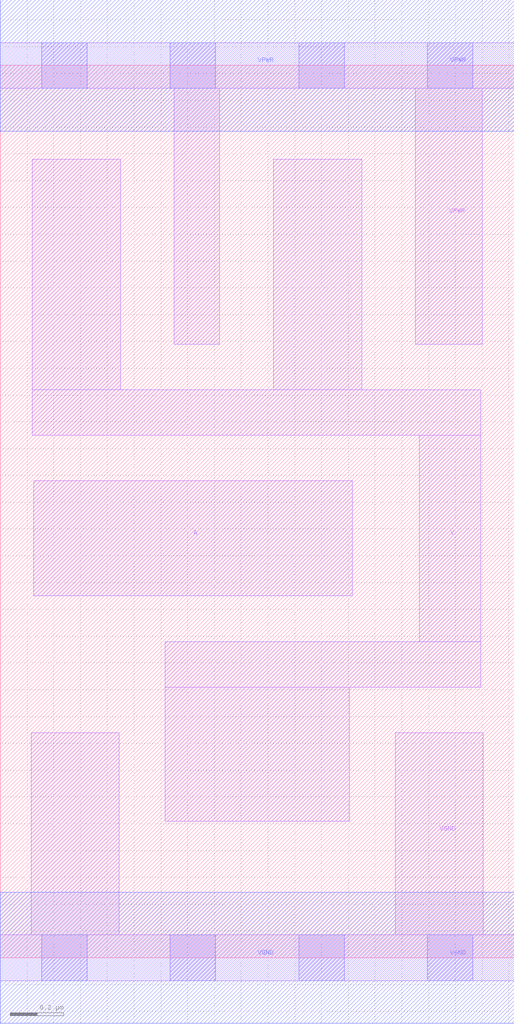
<source format=lef>
# Copyright 2020 The SkyWater PDK Authors
#
# Licensed under the Apache License, Version 2.0 (the "License");
# you may not use this file except in compliance with the License.
# You may obtain a copy of the License at
#
#     https://www.apache.org/licenses/LICENSE-2.0
#
# Unless required by applicable law or agreed to in writing, software
# distributed under the License is distributed on an "AS IS" BASIS,
# WITHOUT WARRANTIES OR CONDITIONS OF ANY KIND, either express or implied.
# See the License for the specific language governing permissions and
# limitations under the License.
#
# SPDX-License-Identifier: Apache-2.0

VERSION 5.7 ;
  NAMESCASESENSITIVE ON ;
  NOWIREEXTENSIONATPIN ON ;
  DIVIDERCHAR "/" ;
  BUSBITCHARS "[]" ;
UNITS
  DATABASE MICRONS 200 ;
END UNITS
MACRO sky130_fd_sc_ls__clkinv_2
  CLASS CORE ;
  SOURCE USER ;
  FOREIGN sky130_fd_sc_ls__clkinv_2 ;
  ORIGIN  0.000000  0.000000 ;
  SIZE  1.920000 BY  3.330000 ;
  SYMMETRY X Y ;
  SITE unit ;
  PIN A
    ANTENNAGATEAREA  0.630000 ;
    DIRECTION INPUT ;
    USE SIGNAL ;
    PORT
      LAYER li1 ;
        RECT 0.125000 1.350000 1.315000 1.780000 ;
    END
  END A
  PIN Y
    ANTENNADIFFAREA  0.994000 ;
    DIRECTION OUTPUT ;
    USE SIGNAL ;
    PORT
      LAYER li1 ;
        RECT 0.120000 1.950000 1.795000 2.120000 ;
        RECT 0.120000 2.120000 0.450000 2.980000 ;
        RECT 0.615000 0.510000 1.305000 1.010000 ;
        RECT 0.615000 1.010000 1.795000 1.180000 ;
        RECT 1.020000 2.120000 1.350000 2.980000 ;
        RECT 1.565000 1.180000 1.795000 1.950000 ;
    END
  END Y
  PIN VGND
    DIRECTION INOUT ;
    SHAPE ABUTMENT ;
    USE GROUND ;
    PORT
      LAYER li1 ;
        RECT 0.000000 -0.085000 1.920000 0.085000 ;
        RECT 0.115000  0.085000 0.445000 0.840000 ;
        RECT 1.475000  0.085000 1.805000 0.840000 ;
      LAYER mcon ;
        RECT 0.155000 -0.085000 0.325000 0.085000 ;
        RECT 0.635000 -0.085000 0.805000 0.085000 ;
        RECT 1.115000 -0.085000 1.285000 0.085000 ;
        RECT 1.595000 -0.085000 1.765000 0.085000 ;
      LAYER met1 ;
        RECT 0.000000 -0.245000 1.920000 0.245000 ;
    END
  END VGND
  PIN VPWR
    DIRECTION INOUT ;
    SHAPE ABUTMENT ;
    USE POWER ;
    PORT
      LAYER li1 ;
        RECT 0.000000 3.245000 1.920000 3.415000 ;
        RECT 0.650000 2.290000 0.820000 3.245000 ;
        RECT 1.550000 2.290000 1.800000 3.245000 ;
      LAYER mcon ;
        RECT 0.155000 3.245000 0.325000 3.415000 ;
        RECT 0.635000 3.245000 0.805000 3.415000 ;
        RECT 1.115000 3.245000 1.285000 3.415000 ;
        RECT 1.595000 3.245000 1.765000 3.415000 ;
      LAYER met1 ;
        RECT 0.000000 3.085000 1.920000 3.575000 ;
    END
  END VPWR
END sky130_fd_sc_ls__clkinv_2

</source>
